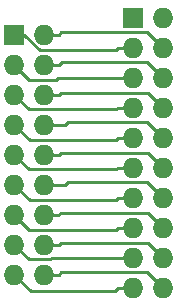
<source format=gbr>
G04 #@! TF.FileFunction,Copper,L2,Bot,Signal*
%FSLAX46Y46*%
G04 Gerber Fmt 4.6, Leading zero omitted, Abs format (unit mm)*
G04 Created by KiCad (PCBNEW 4.0.4+e1-6308~48~ubuntu14.04.1-stable) date Wed Oct 26 00:03:54 2016*
%MOMM*%
%LPD*%
G01*
G04 APERTURE LIST*
%ADD10C,0.100000*%
%ADD11R,1.727200X1.727200*%
%ADD12O,1.727200X1.727200*%
%ADD13C,0.240000*%
G04 APERTURE END LIST*
D10*
D11*
X115000000Y-104300000D03*
D12*
X117540000Y-104300000D03*
X115000000Y-106840000D03*
X117540000Y-106840000D03*
X115000000Y-109380000D03*
X117540000Y-109380000D03*
X115000000Y-111920000D03*
X117540000Y-111920000D03*
X115000000Y-114460000D03*
X117540000Y-114460000D03*
X115000000Y-117000000D03*
X117540000Y-117000000D03*
X115000000Y-119540000D03*
X117540000Y-119540000D03*
X115000000Y-122080000D03*
X117540000Y-122080000D03*
X115000000Y-124620000D03*
X117540000Y-124620000D03*
D11*
X125000000Y-102840000D03*
D12*
X127540000Y-102840000D03*
X125000000Y-105380000D03*
X127540000Y-105380000D03*
X125000000Y-107920000D03*
X127540000Y-107920000D03*
X125000000Y-110460000D03*
X127540000Y-110460000D03*
X125000000Y-113000000D03*
X127540000Y-113000000D03*
X125000000Y-115540000D03*
X127540000Y-115540000D03*
X125000000Y-118080000D03*
X127540000Y-118080000D03*
X125000000Y-120620000D03*
X127540000Y-120620000D03*
X125000000Y-123160000D03*
X127540000Y-123160000D03*
X125000000Y-125700000D03*
X127540000Y-125700000D03*
D13*
X117147470Y-105600000D02*
X123558686Y-105600000D01*
X123558686Y-105600000D02*
X123778686Y-105380000D01*
X123778686Y-105380000D02*
X125000000Y-105380000D01*
X115000000Y-104300000D02*
X115847470Y-104300000D01*
X115847470Y-104300000D02*
X117147470Y-105600000D01*
X118961314Y-104100000D02*
X126260000Y-104100000D01*
X126260000Y-104100000D02*
X127540000Y-105380000D01*
X117540000Y-104300000D02*
X118761314Y-104300000D01*
X118761314Y-104300000D02*
X118961314Y-104100000D01*
X125000000Y-107920000D02*
X118680000Y-107920000D01*
X118680000Y-107920000D02*
X118500000Y-108100000D01*
X118500000Y-108100000D02*
X116260000Y-108100000D01*
X116260000Y-108100000D02*
X115000000Y-106840000D01*
X126200000Y-106600000D02*
X119001314Y-106600000D01*
X119001314Y-106600000D02*
X118761314Y-106840000D01*
X118761314Y-106840000D02*
X117540000Y-106840000D01*
X126656401Y-107056401D02*
X126200000Y-106600000D01*
X127540000Y-107920000D02*
X126676401Y-107056401D01*
X126676401Y-107056401D02*
X126656401Y-107056401D01*
X123638686Y-110600000D02*
X116220000Y-110600000D01*
X116220000Y-110600000D02*
X115000000Y-109380000D01*
X125000000Y-110460000D02*
X123778686Y-110460000D01*
X123778686Y-110460000D02*
X123638686Y-110600000D01*
X118941314Y-109200000D02*
X126280000Y-109200000D01*
X126280000Y-109200000D02*
X127540000Y-110460000D01*
X117540000Y-109380000D02*
X118761314Y-109380000D01*
X118761314Y-109380000D02*
X118941314Y-109200000D01*
X125000000Y-113000000D02*
X123778686Y-113000000D01*
X123778686Y-113000000D02*
X123578686Y-113200000D01*
X123578686Y-113200000D02*
X116280000Y-113200000D01*
X116280000Y-113200000D02*
X115000000Y-111920000D01*
X119500000Y-111700000D02*
X119280000Y-111920000D01*
X119280000Y-111920000D02*
X117540000Y-111920000D01*
X126240000Y-111700000D02*
X119500000Y-111700000D01*
X127540000Y-113000000D02*
X126240000Y-111700000D01*
X125000000Y-115540000D02*
X123778686Y-115540000D01*
X123778686Y-115540000D02*
X123618686Y-115700000D01*
X123618686Y-115700000D02*
X116240000Y-115700000D01*
X116240000Y-115700000D02*
X115000000Y-114460000D01*
X126300000Y-114300000D02*
X118921314Y-114300000D01*
X118921314Y-114300000D02*
X118761314Y-114460000D01*
X118761314Y-114460000D02*
X117540000Y-114460000D01*
X127540000Y-115540000D02*
X126300000Y-114300000D01*
X125000000Y-118080000D02*
X123778686Y-118080000D01*
X123778686Y-118080000D02*
X123558686Y-118300000D01*
X123558686Y-118300000D02*
X116300000Y-118300000D01*
X116300000Y-118300000D02*
X115000000Y-117000000D01*
X119500000Y-116800000D02*
X119300000Y-117000000D01*
X119300000Y-117000000D02*
X117540000Y-117000000D01*
X126260000Y-116800000D02*
X119500000Y-116800000D01*
X127540000Y-118080000D02*
X126260000Y-116800000D01*
X125000000Y-120620000D02*
X123778686Y-120620000D01*
X123778686Y-120620000D02*
X123598686Y-120800000D01*
X123598686Y-120800000D02*
X116260000Y-120800000D01*
X116260000Y-120800000D02*
X115000000Y-119540000D01*
X117540000Y-119540000D02*
X118761314Y-119540000D01*
X118761314Y-119540000D02*
X118901314Y-119400000D01*
X118901314Y-119400000D02*
X126320000Y-119400000D01*
X126320000Y-119400000D02*
X127540000Y-120620000D01*
X118012530Y-123300000D02*
X116220000Y-123300000D01*
X116220000Y-123300000D02*
X115000000Y-122080000D01*
X125000000Y-123160000D02*
X118152530Y-123160000D01*
X118152530Y-123160000D02*
X118012530Y-123300000D01*
X126280000Y-121900000D02*
X118941314Y-121900000D01*
X118941314Y-121900000D02*
X118761314Y-122080000D01*
X118761314Y-122080000D02*
X117540000Y-122080000D01*
X127540000Y-123160000D02*
X126280000Y-121900000D01*
X123478686Y-126000000D02*
X116380000Y-126000000D01*
X116380000Y-126000000D02*
X115000000Y-124620000D01*
X125000000Y-125700000D02*
X123778686Y-125700000D01*
X123778686Y-125700000D02*
X123478686Y-126000000D01*
X126240000Y-124400000D02*
X118981314Y-124400000D01*
X118981314Y-124400000D02*
X118761314Y-124620000D01*
X118761314Y-124620000D02*
X117540000Y-124620000D01*
X127540000Y-125700000D02*
X126240000Y-124400000D01*
M02*

</source>
